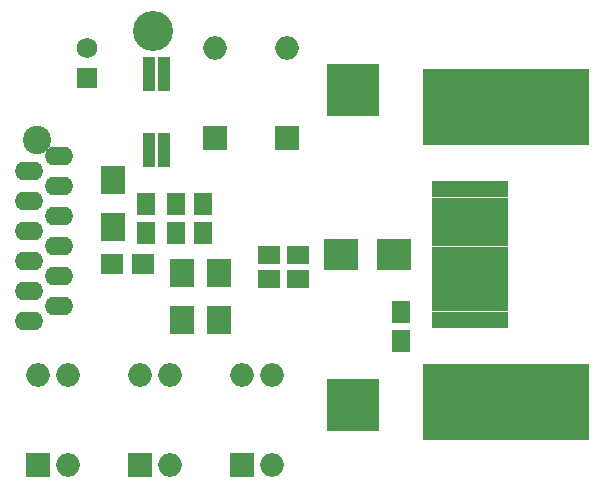
<source format=gbr>
G04 #@! TF.FileFunction,Soldermask,Top*
%FSLAX46Y46*%
G04 Gerber Fmt 4.6, Leading zero omitted, Abs format (unit mm)*
G04 Created by KiCad (PCBNEW 4.0.5) date 02/15/17 17:48:56*
%MOMM*%
%LPD*%
G01*
G04 APERTURE LIST*
%ADD10C,0.100000*%
%ADD11R,2.900000X0.670000*%
%ADD12R,4.464000X4.464000*%
%ADD13R,2.000000X2.400000*%
%ADD14C,3.400000*%
%ADD15R,2.000000X2.000000*%
%ADD16O,2.000000X2.000000*%
%ADD17R,2.100000X2.400000*%
%ADD18R,1.650000X1.900000*%
%ADD19R,1.900000X1.650000*%
%ADD20R,1.900000X1.700000*%
%ADD21R,14.100000X6.400000*%
%ADD22R,6.400000X1.340000*%
%ADD23C,3.900000*%
%ADD24R,1.000000X2.900000*%
%ADD25R,1.750000X1.750000*%
%ADD26C,1.750000*%
%ADD27O,2.400000X1.600000*%
%ADD28C,2.400000*%
G04 APERTURE END LIST*
D10*
D11*
X185710000Y-107680000D03*
X190210000Y-107680000D03*
X185710000Y-107180000D03*
X190210000Y-107180000D03*
X185710000Y-106680000D03*
X190210000Y-106680000D03*
X185710000Y-106180000D03*
X190210000Y-106180000D03*
X185710000Y-105680000D03*
X190210000Y-105680000D03*
D12*
X186690000Y-119380000D03*
X186690000Y-92710000D03*
D13*
X166370000Y-104362000D03*
X166370000Y-100362000D03*
D14*
X169799000Y-87757000D03*
D15*
X168656000Y-124460000D03*
D16*
X171196000Y-116840000D03*
X171196000Y-124460000D03*
X168656000Y-116840000D03*
D15*
X181102000Y-96774000D03*
D16*
X181102000Y-89154000D03*
D15*
X160020000Y-124460000D03*
D16*
X162560000Y-116840000D03*
X162560000Y-124460000D03*
X160020000Y-116840000D03*
D15*
X177292000Y-124460000D03*
D16*
X179832000Y-116840000D03*
X179832000Y-124460000D03*
X177292000Y-116840000D03*
D15*
X175006000Y-96774000D03*
D16*
X175006000Y-89154000D03*
D17*
X172212000Y-108236000D03*
X172212000Y-112236000D03*
X175387000Y-108236000D03*
X175387000Y-112236000D03*
D18*
X171704000Y-104882000D03*
X171704000Y-102382000D03*
X173990000Y-104882000D03*
X173990000Y-102382000D03*
X190754000Y-111526000D03*
X190754000Y-114026000D03*
X169164000Y-104882000D03*
X169164000Y-102382000D03*
D19*
X182098000Y-108712000D03*
X179598000Y-108712000D03*
X182098000Y-106680000D03*
X179598000Y-106680000D03*
D20*
X166290000Y-107442000D03*
X168990000Y-107442000D03*
D21*
X199684000Y-119180000D03*
D22*
X196604000Y-103920000D03*
X196604000Y-102540000D03*
X196604000Y-105300000D03*
X196604000Y-106680000D03*
X196604000Y-101160000D03*
X196604000Y-112200000D03*
X196604000Y-110820000D03*
X196604000Y-109440000D03*
X196604000Y-108060000D03*
D21*
X199684000Y-94180000D03*
D23*
X197104000Y-94180000D03*
X197104000Y-119180000D03*
D24*
X170688000Y-97790000D03*
X170688000Y-91376500D03*
X169418000Y-97790000D03*
X169418000Y-91376500D03*
D25*
X164211000Y-91694000D03*
D26*
X164211000Y-89154000D03*
D27*
X161798000Y-98298000D03*
X159258000Y-99568000D03*
X161798000Y-100838000D03*
X159258000Y-102108000D03*
X161798000Y-103378000D03*
X159258000Y-104648000D03*
X161798000Y-105918000D03*
X159258000Y-107188000D03*
X161798000Y-108458000D03*
X159258000Y-109728000D03*
X161798000Y-110998000D03*
X159258000Y-112268000D03*
D28*
X159998000Y-96948000D03*
M02*

</source>
